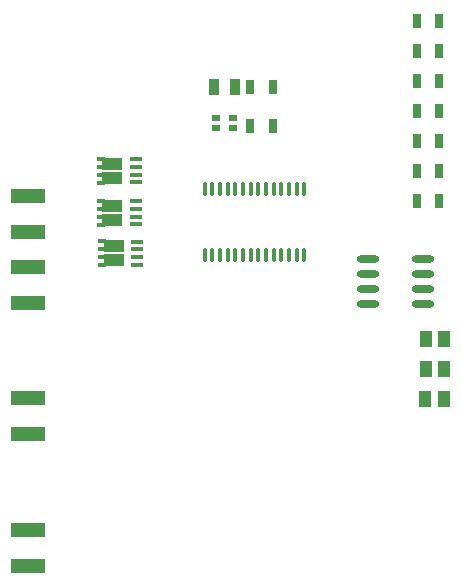
<source format=gtp>
G04 Layer_Color=8421504*
%FSTAX25Y25*%
%MOIN*%
G70*
G01*
G75*
%ADD10R,0.11496X0.05000*%
%ADD11O,0.01378X0.04921*%
%ADD12R,0.03347X0.05512*%
%ADD13R,0.03150X0.04921*%
%ADD14R,0.04134X0.05512*%
%ADD15O,0.07480X0.02362*%
%ADD16R,0.06791X0.03898*%
%ADD17R,0.03898X0.01595*%
%ADD18R,0.02992X0.01595*%
%ADD36R,0.02953X0.02165*%
D10*
X0143575Y0191464D02*
D03*
Y0203276D02*
D03*
Y0147464D02*
D03*
Y0159276D02*
D03*
Y0270536D02*
D03*
Y0258725D02*
D03*
Y0235102D02*
D03*
Y0246913D02*
D03*
D11*
X0202366Y0250878D02*
D03*
X0204925D02*
D03*
X0207484D02*
D03*
X0210043D02*
D03*
X0212602D02*
D03*
X0215161D02*
D03*
X0217721D02*
D03*
X022028D02*
D03*
X0222839D02*
D03*
X0225398D02*
D03*
X0227957D02*
D03*
X0230516D02*
D03*
X0233075D02*
D03*
X0235634D02*
D03*
X0202366Y0273122D02*
D03*
X0204925D02*
D03*
X0207484D02*
D03*
X0210043D02*
D03*
X0212602D02*
D03*
X0215161D02*
D03*
X0217721D02*
D03*
X022028D02*
D03*
X0222839D02*
D03*
X0225398D02*
D03*
X0227957D02*
D03*
X0230516D02*
D03*
X0233075D02*
D03*
X0235634D02*
D03*
D12*
X0205555Y0307D02*
D03*
X0212445D02*
D03*
D13*
X021752D02*
D03*
X0225D02*
D03*
X021752Y0294D02*
D03*
X0225D02*
D03*
X028048Y0329D02*
D03*
X0273D02*
D03*
X028048Y0279D02*
D03*
X0273D02*
D03*
X028048Y0289D02*
D03*
X0273D02*
D03*
X028048Y0299D02*
D03*
X0273D02*
D03*
X028048Y0309D02*
D03*
X0273D02*
D03*
X028048Y0319D02*
D03*
X0273D02*
D03*
X028048Y0269D02*
D03*
X0273D02*
D03*
D14*
X0282102Y0223D02*
D03*
X0276D02*
D03*
X0282102Y0213D02*
D03*
X0276D02*
D03*
X0275898Y0203D02*
D03*
X0282D02*
D03*
D15*
X0275252Y02345D02*
D03*
Y02395D02*
D03*
Y02445D02*
D03*
Y02495D02*
D03*
X0256748Y02345D02*
D03*
Y02395D02*
D03*
Y02445D02*
D03*
Y02495D02*
D03*
D16*
X0171604Y0276608D02*
D03*
Y0281392D02*
D03*
Y0262608D02*
D03*
Y0267392D02*
D03*
X0172Y0249217D02*
D03*
Y0254D02*
D03*
D17*
X0179409Y0275161D02*
D03*
Y027776D02*
D03*
Y028024D02*
D03*
Y0282839D02*
D03*
Y0261161D02*
D03*
Y026376D02*
D03*
Y026624D02*
D03*
Y0268839D02*
D03*
X0179805Y024777D02*
D03*
Y0250368D02*
D03*
Y0252848D02*
D03*
Y0255447D02*
D03*
D18*
X0167697Y0275093D02*
D03*
Y027776D02*
D03*
Y0282906D02*
D03*
Y028024D02*
D03*
Y0261092D02*
D03*
Y026376D02*
D03*
Y0268905D02*
D03*
Y026624D02*
D03*
X0168093Y0247701D02*
D03*
Y0250368D02*
D03*
Y0255514D02*
D03*
Y0252848D02*
D03*
D36*
X0206146Y0296673D02*
D03*
X0211854D02*
D03*
Y0293327D02*
D03*
X0206146D02*
D03*
M02*

</source>
